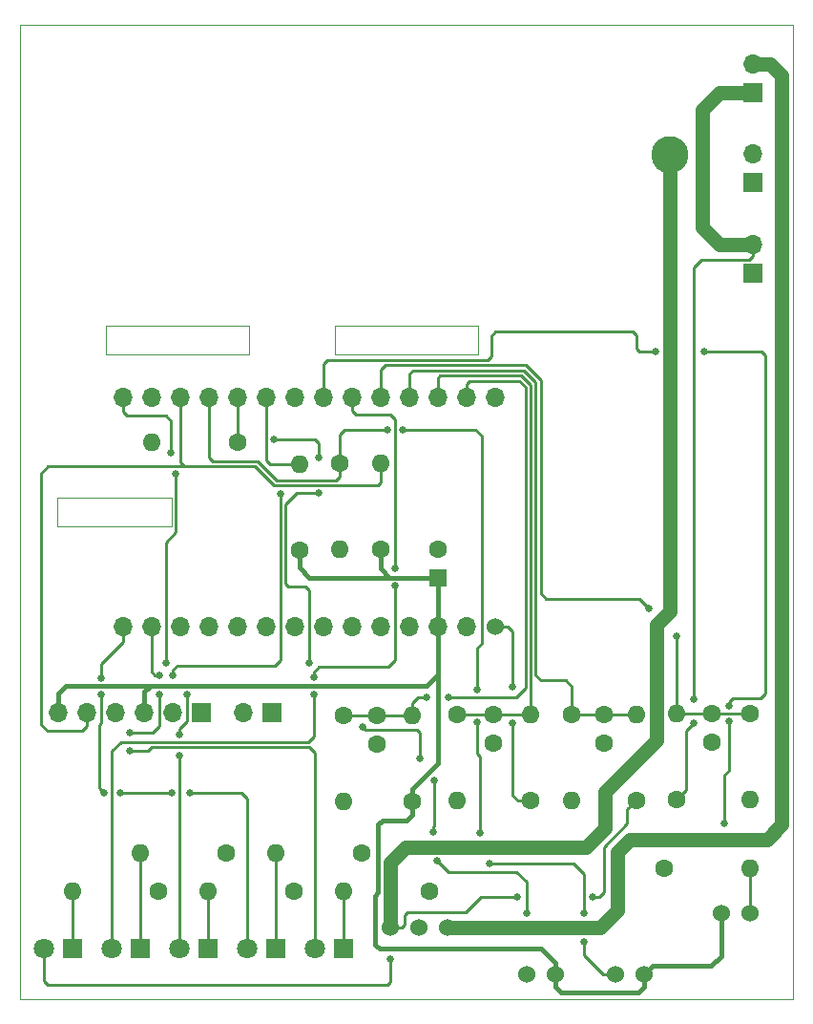
<source format=gbl>
G04 #@! TF.GenerationSoftware,KiCad,Pcbnew,(5.1.4)-1*
G04 #@! TF.CreationDate,2019-12-10T10:16:17+01:00*
G04 #@! TF.ProjectId,e-p-wifi,652d702d-7769-4666-992e-6b696361645f,1.0*
G04 #@! TF.SameCoordinates,Original*
G04 #@! TF.FileFunction,Copper,L2,Bot*
G04 #@! TF.FilePolarity,Positive*
%FSLAX46Y46*%
G04 Gerber Fmt 4.6, Leading zero omitted, Abs format (unit mm)*
G04 Created by KiCad (PCBNEW (5.1.4)-1) date 2019-12-10 10:16:17*
%MOMM*%
%LPD*%
G04 APERTURE LIST*
%ADD10C,0.100000*%
%ADD11R,1.800000X1.800000*%
%ADD12C,1.800000*%
%ADD13C,1.600000*%
%ADD14R,1.700000X1.700000*%
%ADD15O,1.700000X1.700000*%
%ADD16R,1.600000X1.600000*%
%ADD17O,1.600000X1.600000*%
%ADD18C,1.524000*%
%ADD19C,0.635000*%
%ADD20C,3.302000*%
%ADD21C,0.381000*%
%ADD22C,0.254000*%
%ADD23C,1.270000*%
G04 APERTURE END LIST*
D10*
X45726000Y-52070000D02*
X45726000Y-54610000D01*
X33026000Y-52070000D02*
X33026000Y-54610000D01*
X33026000Y-52070000D02*
X45726000Y-52070000D01*
X33026000Y-54610000D02*
X45726000Y-54610000D01*
X53340000Y-54610000D02*
X53340000Y-52070000D01*
X66040000Y-52070000D02*
X66040000Y-54610000D01*
X53340000Y-52070000D02*
X66040000Y-52070000D01*
X53340000Y-54610000D02*
X66040000Y-54610000D01*
X28702000Y-69850000D02*
X38862000Y-69850000D01*
X38862000Y-67310000D02*
X28702000Y-67310000D01*
X28702000Y-67310000D02*
X28702000Y-69850000D01*
X25400000Y-111760000D02*
X93980000Y-111760000D01*
X93980000Y-25400000D02*
X93980000Y-111760000D01*
X25400000Y-25400000D02*
X25400000Y-111760000D01*
X38862000Y-67310000D02*
X38862000Y-69850000D01*
X25400000Y-25400000D02*
X93980000Y-25400000D01*
D11*
X54100000Y-107300000D03*
D12*
X51560000Y-107300000D03*
X27560000Y-107300000D03*
D11*
X30100000Y-107300000D03*
D13*
X77190000Y-89060000D03*
X77190000Y-86560000D03*
D14*
X90400000Y-31400000D03*
D15*
X90400000Y-28860000D03*
D14*
X90400000Y-47400000D03*
D15*
X90400000Y-44860000D03*
X45190000Y-86360000D03*
D14*
X47730000Y-86360000D03*
D16*
X62500000Y-74400000D03*
D13*
X62500000Y-71900000D03*
D14*
X41530000Y-86360000D03*
D15*
X38990000Y-86360000D03*
X36450000Y-86360000D03*
X33910000Y-86360000D03*
X31370000Y-86360000D03*
X28830000Y-86360000D03*
D13*
X86790000Y-86460000D03*
X86790000Y-88960000D03*
X67390000Y-86560000D03*
X67390000Y-89060000D03*
D11*
X42100000Y-107300000D03*
D12*
X39560000Y-107300000D03*
D11*
X48100000Y-107300000D03*
D12*
X45560000Y-107300000D03*
D13*
X57090000Y-89160000D03*
X57090000Y-86660000D03*
D12*
X33560000Y-107300000D03*
D11*
X36100000Y-107300000D03*
D15*
X90400000Y-36860000D03*
D14*
X90400000Y-39400000D03*
D13*
X50200000Y-72000000D03*
D17*
X50200000Y-64380000D03*
X90190000Y-94080000D03*
D13*
X90190000Y-86460000D03*
D17*
X64190000Y-94180000D03*
D13*
X64190000Y-86560000D03*
X53800000Y-64300000D03*
D17*
X53800000Y-71920000D03*
X42100000Y-102200000D03*
D13*
X49720000Y-102200000D03*
D17*
X60190000Y-86640000D03*
D13*
X60190000Y-94260000D03*
X70700000Y-94170000D03*
D17*
X70700000Y-86550000D03*
D13*
X43710000Y-98830000D03*
D17*
X36090000Y-98830000D03*
D13*
X74390000Y-86560000D03*
D17*
X74390000Y-94180000D03*
X54100000Y-102210000D03*
D13*
X61720000Y-102210000D03*
X55720000Y-98810000D03*
D17*
X48100000Y-98810000D03*
X90170000Y-100200000D03*
D13*
X82550000Y-100200000D03*
D17*
X80090000Y-86540000D03*
D13*
X80090000Y-94160000D03*
X57400000Y-71900000D03*
D17*
X57400000Y-64280000D03*
X30100000Y-102200000D03*
D13*
X37720000Y-102200000D03*
D15*
X67565000Y-58420000D03*
X65025000Y-78740000D03*
X65025000Y-58420000D03*
X62485000Y-78740000D03*
X62485000Y-58420000D03*
X59945000Y-78740000D03*
X59945000Y-58420000D03*
X57405000Y-78740000D03*
X57405000Y-58420000D03*
X54865000Y-78740000D03*
X54865000Y-58420000D03*
X52325000Y-78740000D03*
X52325000Y-58420000D03*
X49785000Y-78740000D03*
X49785000Y-58420000D03*
X47245000Y-78740000D03*
X47245000Y-58420000D03*
X44705000Y-78740000D03*
X44705000Y-58420000D03*
X42165000Y-78740000D03*
X42165000Y-58420000D03*
X39625000Y-78740000D03*
X39625000Y-58420000D03*
X37085000Y-78740000D03*
X37085000Y-58420000D03*
X34545000Y-78740000D03*
X34545000Y-58420000D03*
D18*
X67565000Y-78740000D03*
D17*
X37080000Y-62400000D03*
D13*
X44700000Y-62400000D03*
X83690000Y-94060000D03*
D17*
X83690000Y-86440000D03*
D13*
X54090000Y-86660000D03*
D17*
X54090000Y-94280000D03*
D18*
X60800000Y-105400000D03*
X58260000Y-105400000D03*
X63340000Y-105400000D03*
X87630000Y-104125000D03*
X90170000Y-104125000D03*
X80770000Y-109600000D03*
X78230000Y-109600000D03*
X70330000Y-109600000D03*
X72870000Y-109600000D03*
D19*
X83690000Y-79610000D03*
X81200000Y-77120000D03*
X61500000Y-85000000D03*
X63400000Y-85000000D03*
D20*
X83100000Y-36900000D03*
D19*
X58260000Y-108250000D03*
X76180000Y-102670000D03*
X69500000Y-102670000D03*
X39560000Y-90150000D03*
X39560000Y-88280000D03*
X40250000Y-84760000D03*
X38380000Y-81940000D03*
X39242210Y-65204910D03*
X38810000Y-63300000D03*
X51480000Y-84770000D03*
X51480000Y-83250000D03*
X58680000Y-75150000D03*
X58680000Y-73600000D03*
X58680000Y-73600000D03*
X35170000Y-89770000D03*
X35170000Y-88170000D03*
X37809799Y-84760201D03*
X37810000Y-83040000D03*
X40500000Y-93480000D03*
X38912300Y-93480000D03*
X34260000Y-93480000D03*
X32870000Y-93480000D03*
X32870000Y-93480000D03*
X32640000Y-84770000D03*
X32640000Y-83288800D03*
X85200000Y-87300000D03*
X85200000Y-85200000D03*
X38990000Y-83040000D03*
X38990000Y-83040000D03*
X48500000Y-67020000D03*
X87900000Y-96200000D03*
X88300000Y-87107700D03*
X88300000Y-87107700D03*
X88300000Y-85800000D03*
X86100000Y-54400000D03*
X81800000Y-54400000D03*
X70330000Y-104180000D03*
X62430000Y-99480000D03*
X62112501Y-96932501D03*
X62120000Y-92360000D03*
X60850000Y-90450000D03*
X60850000Y-90450000D03*
X55790000Y-87620000D03*
X51060000Y-81970000D03*
X51940000Y-66904910D03*
X51940000Y-63790000D03*
X47892700Y-62140000D03*
X75460000Y-106660000D03*
X75460000Y-104190000D03*
X75460000Y-104190000D03*
X67060000Y-99730000D03*
X66240000Y-97000000D03*
X66240000Y-97000000D03*
X65980000Y-87207700D03*
X65980000Y-84352300D03*
X59327700Y-61280000D03*
X58020000Y-61280000D03*
X58020000Y-61280000D03*
X69100000Y-87300000D03*
X69100000Y-84100000D03*
D21*
X72870000Y-110677630D02*
X72870000Y-109600000D01*
X73392370Y-111200000D02*
X72870000Y-110677630D01*
X80247630Y-111200000D02*
X73392370Y-111200000D01*
X80770000Y-110677630D02*
X80247630Y-111200000D01*
X80770000Y-109600000D02*
X80770000Y-110677630D01*
X62485000Y-74415000D02*
X62500000Y-74400000D01*
X62485000Y-78740000D02*
X62485000Y-74415000D01*
X62500000Y-74400000D02*
X59900000Y-74400000D01*
X57400000Y-73600000D02*
X57400000Y-71900000D01*
X59900000Y-74400000D02*
X58200000Y-74400000D01*
X58200000Y-74400000D02*
X57400000Y-73600000D01*
X50200000Y-73500000D02*
X50200000Y-72000000D01*
X59900000Y-74400000D02*
X51100000Y-74400000D01*
X51100000Y-74400000D02*
X50200000Y-73500000D01*
X62485000Y-85015000D02*
X62485000Y-84985000D01*
X61500000Y-84000000D02*
X37000000Y-84000000D01*
X36450000Y-84550000D02*
X36450000Y-86360000D01*
X37000000Y-84000000D02*
X36450000Y-84550000D01*
X60190000Y-93128630D02*
X62485000Y-90833630D01*
X60190000Y-94260000D02*
X60190000Y-93128630D01*
X62485000Y-90833630D02*
X62485000Y-85015000D01*
X28830000Y-84670000D02*
X28830000Y-86360000D01*
X37000000Y-84000000D02*
X29500000Y-84000000D01*
X29500000Y-84000000D02*
X28830000Y-84670000D01*
X62485000Y-83015000D02*
X61500000Y-84000000D01*
X62485000Y-82985000D02*
X62485000Y-83015000D01*
X62485000Y-82985000D02*
X62485000Y-78740000D01*
X62485000Y-85015000D02*
X62485000Y-82985000D01*
X60190000Y-95410000D02*
X60190000Y-94260000D01*
X59700000Y-95900000D02*
X60190000Y-95410000D01*
X57600000Y-95900000D02*
X59700000Y-95900000D01*
X57200000Y-102312000D02*
X57200000Y-96300000D01*
X72870000Y-108522370D02*
X71647630Y-107300000D01*
X72870000Y-109600000D02*
X72870000Y-108522370D01*
X71647630Y-107300000D02*
X57300000Y-107300000D01*
X57200000Y-96300000D02*
X57600000Y-95900000D01*
X57300000Y-107300000D02*
X56913701Y-106913701D01*
X56913701Y-106913701D02*
X56913701Y-102598299D01*
X56913701Y-102598299D02*
X57200000Y-102312000D01*
X87630000Y-107950000D02*
X87630000Y-104125000D01*
X86741999Y-108838001D02*
X87630000Y-107950000D01*
X80770000Y-109600000D02*
X81531999Y-108838001D01*
X81531999Y-108838001D02*
X86741999Y-108838001D01*
D22*
X90190000Y-86460000D02*
X86790000Y-86460000D01*
X83710000Y-86460000D02*
X83690000Y-86440000D01*
X86790000Y-86460000D02*
X83710000Y-86460000D01*
X83690000Y-86440000D02*
X83690000Y-79610000D01*
X57405000Y-55995000D02*
X57405000Y-58420000D01*
X57814420Y-55585580D02*
X57405000Y-55995000D01*
X80380000Y-76300000D02*
X72100000Y-76300000D01*
X81200000Y-77120000D02*
X80380000Y-76300000D01*
X72100000Y-76300000D02*
X71614418Y-75814418D01*
X71614418Y-75814418D02*
X71614418Y-56921234D01*
X71614418Y-56921234D02*
X70278764Y-55585580D01*
X70278764Y-55585580D02*
X57814420Y-55585580D01*
X77210000Y-86540000D02*
X77190000Y-86560000D01*
X80090000Y-86540000D02*
X77210000Y-86540000D01*
X77190000Y-86560000D02*
X74390000Y-86560000D01*
X60000000Y-58365000D02*
X59945000Y-58420000D01*
X74390000Y-84090000D02*
X74390000Y-86560000D01*
X73800000Y-83500000D02*
X74390000Y-84090000D01*
X71620000Y-83500000D02*
X73800000Y-83500000D01*
X59945000Y-58420000D02*
X59945000Y-56355000D01*
X60257210Y-56042790D02*
X70089382Y-56042790D01*
X59945000Y-56355000D02*
X60257210Y-56042790D01*
X70089382Y-56042790D02*
X71157209Y-57110617D01*
X71157209Y-57110617D02*
X71157209Y-83037209D01*
X71157209Y-83037209D02*
X71620000Y-83500000D01*
X67400000Y-86550000D02*
X67390000Y-86560000D01*
X70700000Y-86550000D02*
X67400000Y-86550000D01*
X67390000Y-86560000D02*
X64190000Y-86560000D01*
X62485000Y-56715000D02*
X62485000Y-58420000D01*
X62700000Y-56500000D02*
X62485000Y-56715000D01*
X69900000Y-56500000D02*
X62700000Y-56500000D01*
X70700000Y-86550000D02*
X70700000Y-57300000D01*
X70700000Y-57300000D02*
X69900000Y-56500000D01*
X57110000Y-86640000D02*
X57090000Y-86660000D01*
X60190000Y-86640000D02*
X57110000Y-86640000D01*
X55958630Y-86660000D02*
X54090000Y-86660000D01*
X57090000Y-86660000D02*
X55958630Y-86660000D01*
X60190000Y-85508630D02*
X60698630Y-85000000D01*
X60190000Y-86640000D02*
X60190000Y-85508630D01*
X60698630Y-85000000D02*
X61500000Y-85000000D01*
X65025000Y-57225000D02*
X65025000Y-58420000D01*
X63400000Y-85000000D02*
X69400000Y-85000000D01*
X69400000Y-85000000D02*
X70242790Y-84157210D01*
X70242790Y-84157210D02*
X70242790Y-57489382D01*
X70242790Y-57489382D02*
X69710618Y-56957210D01*
X69710618Y-56957210D02*
X65292790Y-56957210D01*
X65292790Y-56957210D02*
X65025000Y-57225000D01*
X58260000Y-110210000D02*
X58260000Y-108250000D01*
X57970000Y-110500000D02*
X58260000Y-110210000D01*
X27880000Y-110500000D02*
X57970000Y-110500000D01*
X27560000Y-107300000D02*
X27560000Y-110180000D01*
X27560000Y-110180000D02*
X27880000Y-110500000D01*
D23*
X83100000Y-77400000D02*
X83100000Y-36900000D01*
X81910000Y-78590000D02*
X83100000Y-77400000D01*
X81910000Y-88790000D02*
X81910000Y-78590000D01*
X58260000Y-99640000D02*
X59600000Y-98300000D01*
X58260000Y-105400000D02*
X58260000Y-99640000D01*
X59600000Y-98300000D02*
X75600000Y-98300000D01*
X75600000Y-98300000D02*
X77300000Y-96600000D01*
X77300000Y-96600000D02*
X77300000Y-93400000D01*
X77300000Y-93400000D02*
X81910000Y-88790000D01*
D22*
X76810000Y-102670000D02*
X76180000Y-102670000D01*
X77200000Y-102280000D02*
X76810000Y-102670000D01*
X77200000Y-98310000D02*
X77200000Y-102280000D01*
X79290001Y-96219999D02*
X77200000Y-98310000D01*
X80090000Y-94160000D02*
X79290001Y-94959999D01*
X79290001Y-94959999D02*
X79290001Y-96219999D01*
X59260000Y-105400000D02*
X58260000Y-105400000D01*
X66330000Y-102670000D02*
X64960000Y-104040000D01*
X69500000Y-102670000D02*
X66330000Y-102670000D01*
X64960000Y-104040000D02*
X59820000Y-104040000D01*
X59820000Y-104040000D02*
X59520000Y-104340000D01*
X59520000Y-104340000D02*
X59520000Y-105140000D01*
X59520000Y-105140000D02*
X59260000Y-105400000D01*
X30100000Y-106146000D02*
X30100000Y-102200000D01*
X30100000Y-107300000D02*
X30100000Y-106146000D01*
X42100000Y-106146000D02*
X42100000Y-102200000D01*
X42100000Y-107300000D02*
X42100000Y-106146000D01*
X39560000Y-107300000D02*
X39560000Y-90150000D01*
X39560000Y-87830988D02*
X40250000Y-87140988D01*
X39560000Y-88280000D02*
X39560000Y-87830988D01*
X40250000Y-87140988D02*
X40250000Y-85873302D01*
X40250000Y-85873302D02*
X40250000Y-84760000D01*
X39242210Y-65042210D02*
X39242210Y-65204910D01*
X39242210Y-70407790D02*
X39242210Y-65042210D01*
X38380000Y-71270000D02*
X39242210Y-70407790D01*
X38380000Y-81940000D02*
X38380000Y-71270000D01*
X34545000Y-59715000D02*
X34545000Y-58420000D01*
X34890000Y-60060000D02*
X34545000Y-59715000D01*
X38330000Y-60060000D02*
X34890000Y-60060000D01*
X38810000Y-63300000D02*
X38810000Y-60540000D01*
X38810000Y-60540000D02*
X38330000Y-60060000D01*
X51480000Y-82800988D02*
X51940988Y-82340000D01*
X51480000Y-83250000D02*
X51480000Y-82800988D01*
X51940988Y-82340000D02*
X58060000Y-82340000D01*
X58060000Y-82340000D02*
X58680000Y-81720000D01*
X58680000Y-81720000D02*
X58680000Y-75150000D01*
X54865000Y-59622081D02*
X54865000Y-58420000D01*
X55212919Y-59970000D02*
X54865000Y-59622081D01*
X58300000Y-59970000D02*
X55212919Y-59970000D01*
X58680000Y-60350000D02*
X58300000Y-59970000D01*
X58680000Y-73600000D02*
X58680000Y-60350000D01*
X51480000Y-88474000D02*
X51480000Y-84770000D01*
X50984000Y-88970000D02*
X51480000Y-88474000D01*
X34370000Y-88970000D02*
X50984000Y-88970000D01*
X33560000Y-107300000D02*
X33560000Y-89780000D01*
X33560000Y-89780000D02*
X34370000Y-88970000D01*
X36100000Y-98840000D02*
X36090000Y-98830000D01*
X36100000Y-107300000D02*
X36100000Y-98840000D01*
X54100000Y-106146000D02*
X54100000Y-102210000D01*
X54100000Y-107300000D02*
X54100000Y-106146000D01*
X35170000Y-88170000D02*
X37200000Y-88170000D01*
X37809799Y-87560201D02*
X37809799Y-84760201D01*
X37200000Y-88170000D02*
X37809799Y-87560201D01*
X37085000Y-79942081D02*
X37085000Y-78740000D01*
X37085000Y-82765000D02*
X37085000Y-79942081D01*
X37810000Y-83040000D02*
X37360000Y-83040000D01*
X37360000Y-83040000D02*
X37085000Y-82765000D01*
X36780000Y-89770000D02*
X35170000Y-89770000D01*
X37122790Y-89427210D02*
X36780000Y-89770000D01*
X51073210Y-89427210D02*
X37122790Y-89427210D01*
X51560000Y-107300000D02*
X51560000Y-89914000D01*
X51560000Y-89914000D02*
X51073210Y-89427210D01*
X48100000Y-107300000D02*
X48100000Y-98810000D01*
X38912300Y-93480000D02*
X34260000Y-93480000D01*
X32870000Y-93470000D02*
X32460000Y-93060000D01*
X32870000Y-93480000D02*
X32870000Y-93470000D01*
X32460000Y-93060000D02*
X32460000Y-87470000D01*
X32460000Y-87470000D02*
X32640000Y-87290000D01*
X32640000Y-87290000D02*
X32640000Y-84770000D01*
X32640000Y-83288800D02*
X32640000Y-82020000D01*
X34545000Y-80115000D02*
X34545000Y-78740000D01*
X32640000Y-82020000D02*
X34545000Y-80115000D01*
X45012000Y-93480000D02*
X40500000Y-93480000D01*
X45540000Y-94008000D02*
X45012000Y-93480000D01*
X45540000Y-106007208D02*
X45540000Y-94008000D01*
X45560000Y-107300000D02*
X45560000Y-106027208D01*
X45560000Y-106027208D02*
X45540000Y-106007208D01*
D23*
X87510000Y-31400000D02*
X90400000Y-31400000D01*
X85970000Y-32940000D02*
X87510000Y-31400000D01*
X85970000Y-43385000D02*
X85970000Y-32940000D01*
X90400000Y-44860000D02*
X87445000Y-44860000D01*
X87445000Y-44860000D02*
X85970000Y-43385000D01*
D22*
X84489999Y-93260001D02*
X84489999Y-88010001D01*
X83690000Y-94060000D02*
X84489999Y-93260001D01*
X84489999Y-88010001D02*
X85200000Y-87300000D01*
X90400000Y-45862081D02*
X90400000Y-44860000D01*
X90062081Y-46200000D02*
X90400000Y-45862081D01*
X85880000Y-46200000D02*
X90062081Y-46200000D01*
X85200000Y-85200000D02*
X85200000Y-46880000D01*
X85200000Y-46880000D02*
X85880000Y-46200000D01*
D23*
X91960000Y-28860000D02*
X90400000Y-28860000D01*
X93000000Y-29900000D02*
X91960000Y-28860000D01*
X93000000Y-96300000D02*
X93000000Y-29900000D01*
X76900000Y-105400000D02*
X78400000Y-103900000D01*
X63340000Y-105400000D02*
X76900000Y-105400000D01*
X78400000Y-103900000D02*
X78400000Y-98700000D01*
X78400000Y-98700000D02*
X79500000Y-97600000D01*
X79500000Y-97600000D02*
X91700000Y-97600000D01*
X91700000Y-97600000D02*
X93000000Y-96300000D01*
D22*
X47245000Y-59622081D02*
X47245000Y-58420000D01*
X47245000Y-64045000D02*
X47245000Y-59622081D01*
X50200000Y-64380000D02*
X47580000Y-64380000D01*
X47580000Y-64380000D02*
X47245000Y-64045000D01*
X48500000Y-81690000D02*
X48500000Y-67219598D01*
X48010000Y-82180000D02*
X48500000Y-81690000D01*
X39360000Y-82180000D02*
X48010000Y-82180000D01*
X38990000Y-83040000D02*
X38990000Y-82550000D01*
X38990000Y-82550000D02*
X39360000Y-82180000D01*
X48500000Y-67219598D02*
X48500000Y-67020000D01*
X57400000Y-66000000D02*
X57142790Y-66257210D01*
X39625000Y-64225000D02*
X39625000Y-58420000D01*
X57400000Y-64280000D02*
X57400000Y-66000000D01*
X57142790Y-66257210D02*
X47957210Y-66257210D01*
X47957210Y-66257210D02*
X46257210Y-64557210D01*
X46257210Y-64557210D02*
X39957210Y-64557210D01*
X39957210Y-64557210D02*
X39625000Y-64225000D01*
X27898790Y-64557210D02*
X39957210Y-64557210D01*
X31370000Y-87562081D02*
X30942081Y-87990000D01*
X31370000Y-86360000D02*
X31370000Y-87562081D01*
X27830000Y-87990000D02*
X27290000Y-87450000D01*
X30942081Y-87990000D02*
X27830000Y-87990000D01*
X27290000Y-87450000D02*
X27290000Y-65166000D01*
X27290000Y-65166000D02*
X27898790Y-64557210D01*
X87900000Y-96200000D02*
X87900000Y-91900000D01*
X87900000Y-91900000D02*
X88300000Y-91500000D01*
X88300000Y-91500000D02*
X88300000Y-87107700D01*
X52325000Y-55475000D02*
X52325000Y-58420000D01*
X52671630Y-55128370D02*
X52325000Y-55475000D01*
X66871630Y-55128370D02*
X52671630Y-55128370D01*
X67200000Y-54800000D02*
X66871630Y-55128370D01*
X67200000Y-53000000D02*
X67200000Y-54800000D01*
X80400000Y-54400000D02*
X80100000Y-54100000D01*
X81800000Y-54400000D02*
X80400000Y-54400000D01*
X80100000Y-54100000D02*
X80100000Y-52900000D01*
X80100000Y-52900000D02*
X79800000Y-52600000D01*
X79800000Y-52600000D02*
X67600000Y-52600000D01*
X67600000Y-52600000D02*
X67200000Y-53000000D01*
X91200000Y-54400000D02*
X86100000Y-54400000D01*
X88300000Y-85425494D02*
X88625494Y-85100000D01*
X88300000Y-85800000D02*
X88300000Y-85425494D01*
X88625494Y-85100000D02*
X91100000Y-85100000D01*
X91100000Y-85100000D02*
X91500000Y-84700000D01*
X91500000Y-84700000D02*
X91500000Y-54700000D01*
X91500000Y-54700000D02*
X91200000Y-54400000D01*
X90170000Y-103047370D02*
X90170000Y-100200000D01*
X90170000Y-104125000D02*
X90170000Y-103047370D01*
X44700000Y-58425000D02*
X44705000Y-58420000D01*
X44700000Y-62400000D02*
X44700000Y-58425000D01*
X70330000Y-104180000D02*
X70330000Y-101370000D01*
X70330000Y-101370000D02*
X69430000Y-100470000D01*
X69430000Y-100470000D02*
X63420000Y-100470000D01*
X63420000Y-100470000D02*
X62430000Y-99480000D01*
X62120000Y-96475990D02*
X62120000Y-92360000D01*
X62112501Y-96932501D02*
X62112501Y-96483489D01*
X62112501Y-96483489D02*
X62120000Y-96475990D01*
X60850000Y-90450000D02*
X60850000Y-88180000D01*
X60850000Y-88180000D02*
X60600000Y-87930000D01*
X60600000Y-87930000D02*
X56100000Y-87930000D01*
X56100000Y-87930000D02*
X55790000Y-87620000D01*
X47810000Y-62140000D02*
X47892700Y-62140000D01*
X51610000Y-62140000D02*
X47810000Y-62140000D01*
X51940000Y-63790000D02*
X51940000Y-62470000D01*
X51940000Y-62470000D02*
X51610000Y-62140000D01*
X49950000Y-66880000D02*
X51940000Y-66880000D01*
X51060000Y-81970000D02*
X51060000Y-75520000D01*
X51940000Y-66880000D02*
X51940000Y-66904910D01*
X50750000Y-75210000D02*
X49240000Y-75210000D01*
X49240000Y-75210000D02*
X48957210Y-74927210D01*
X48957210Y-74927210D02*
X48957210Y-67872790D01*
X51060000Y-75520000D02*
X50750000Y-75210000D01*
X48957210Y-67872790D02*
X49950000Y-66880000D01*
X53800000Y-65431370D02*
X53431370Y-65800000D01*
X53800000Y-64300000D02*
X53800000Y-65431370D01*
X53431370Y-65800000D02*
X48200000Y-65800000D01*
X42165000Y-63765000D02*
X42165000Y-58420000D01*
X48200000Y-65800000D02*
X46500000Y-64100000D01*
X46500000Y-64100000D02*
X42500000Y-64100000D01*
X42500000Y-64100000D02*
X42165000Y-63765000D01*
X77152370Y-109600000D02*
X75460000Y-107907630D01*
X78230000Y-109600000D02*
X77152370Y-109600000D01*
X75460000Y-107907630D02*
X75460000Y-106660000D01*
X75460000Y-104190000D02*
X75460000Y-100700000D01*
X75460000Y-100700000D02*
X74490000Y-99730000D01*
X74490000Y-99730000D02*
X67060000Y-99730000D01*
X65982790Y-87204910D02*
X65980000Y-87207700D01*
X66240000Y-90230000D02*
X65980000Y-89970000D01*
X66240000Y-97000000D02*
X66240000Y-90230000D01*
X65980000Y-89970000D02*
X65980000Y-87020000D01*
X65980000Y-87020000D02*
X65982790Y-87017210D01*
X65982790Y-87017210D02*
X65982790Y-87204910D01*
X59250000Y-61280000D02*
X59327700Y-61280000D01*
X65800000Y-61280000D02*
X59250000Y-61280000D01*
X66350000Y-61830000D02*
X65800000Y-61280000D01*
X66350000Y-80240000D02*
X66350000Y-61830000D01*
X65980000Y-84352300D02*
X65980000Y-80610000D01*
X65980000Y-80610000D02*
X66350000Y-80240000D01*
X53800000Y-61710000D02*
X53800000Y-64300000D01*
X58020000Y-61280000D02*
X54230000Y-61280000D01*
X54230000Y-61280000D02*
X53800000Y-61710000D01*
X69568630Y-94170000D02*
X69100000Y-93701370D01*
X70700000Y-94170000D02*
X69568630Y-94170000D01*
X69100000Y-93701370D02*
X69100000Y-87300000D01*
X69100000Y-83650988D02*
X69100000Y-84100000D01*
X69100000Y-79197370D02*
X69100000Y-83650988D01*
X68642630Y-78740000D02*
X69100000Y-79197370D01*
X67565000Y-78740000D02*
X68642630Y-78740000D01*
M02*

</source>
